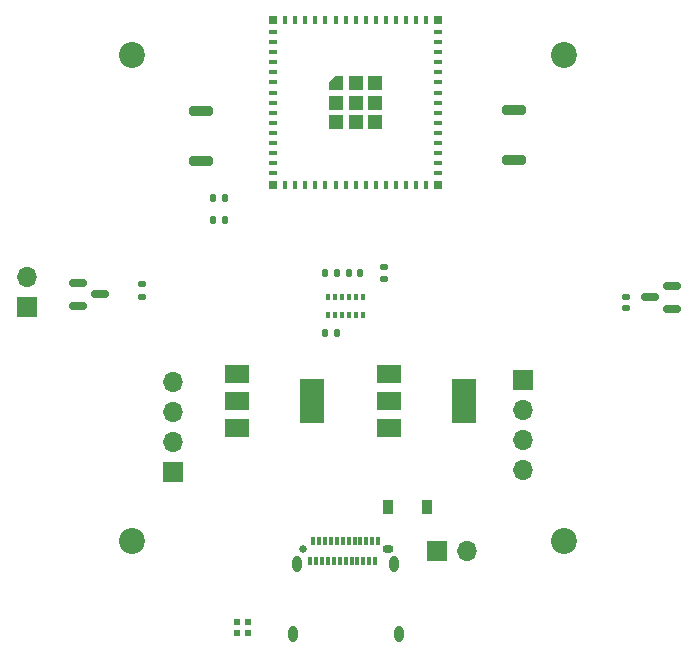
<source format=gbr>
%TF.GenerationSoftware,KiCad,Pcbnew,7.0.9-7.0.9~ubuntu22.04.1*%
%TF.CreationDate,2023-12-21T18:53:40+01:00*%
%TF.ProjectId,lidar 2 round,6c696461-7220-4322-9072-6f756e642e6b,rev?*%
%TF.SameCoordinates,Original*%
%TF.FileFunction,Soldermask,Top*%
%TF.FilePolarity,Negative*%
%FSLAX46Y46*%
G04 Gerber Fmt 4.6, Leading zero omitted, Abs format (unit mm)*
G04 Created by KiCad (PCBNEW 7.0.9-7.0.9~ubuntu22.04.1) date 2023-12-21 18:53:40*
%MOMM*%
%LPD*%
G01*
G04 APERTURE LIST*
G04 Aperture macros list*
%AMRoundRect*
0 Rectangle with rounded corners*
0 $1 Rounding radius*
0 $2 $3 $4 $5 $6 $7 $8 $9 X,Y pos of 4 corners*
0 Add a 4 corners polygon primitive as box body*
4,1,4,$2,$3,$4,$5,$6,$7,$8,$9,$2,$3,0*
0 Add four circle primitives for the rounded corners*
1,1,$1+$1,$2,$3*
1,1,$1+$1,$4,$5*
1,1,$1+$1,$6,$7*
1,1,$1+$1,$8,$9*
0 Add four rect primitives between the rounded corners*
20,1,$1+$1,$2,$3,$4,$5,0*
20,1,$1+$1,$4,$5,$6,$7,0*
20,1,$1+$1,$6,$7,$8,$9,0*
20,1,$1+$1,$8,$9,$2,$3,0*%
%AMFreePoly0*
4,1,6,0.600000,-0.600000,-0.600000,-0.600000,-0.600000,0.000000,0.000000,0.600000,0.600000,0.600000,0.600000,-0.600000,0.600000,-0.600000,$1*%
G04 Aperture macros list end*
%ADD10RoundRect,0.140000X-0.170000X0.140000X-0.170000X-0.140000X0.170000X-0.140000X0.170000X0.140000X0*%
%ADD11RoundRect,0.200000X0.800000X-0.200000X0.800000X0.200000X-0.800000X0.200000X-0.800000X-0.200000X0*%
%ADD12R,0.800000X0.400000*%
%ADD13R,0.400000X0.800000*%
%ADD14FreePoly0,0.000000*%
%ADD15R,1.200000X1.200000*%
%ADD16R,0.800000X0.800000*%
%ADD17R,1.700000X1.700000*%
%ADD18O,1.700000X1.700000*%
%ADD19RoundRect,0.150000X0.587500X0.150000X-0.587500X0.150000X-0.587500X-0.150000X0.587500X-0.150000X0*%
%ADD20C,2.200000*%
%ADD21RoundRect,0.135000X0.135000X0.185000X-0.135000X0.185000X-0.135000X-0.185000X0.135000X-0.185000X0*%
%ADD22R,0.500000X0.500000*%
%ADD23RoundRect,0.150000X-0.587500X-0.150000X0.587500X-0.150000X0.587500X0.150000X-0.587500X0.150000X0*%
%ADD24C,0.650000*%
%ADD25O,0.950000X0.650000*%
%ADD26R,0.300000X0.700000*%
%ADD27O,0.800000X1.400000*%
%ADD28R,0.900000X1.200000*%
%ADD29R,2.000000X1.500000*%
%ADD30R,2.000000X3.800000*%
%ADD31RoundRect,0.135000X-0.135000X-0.185000X0.135000X-0.185000X0.135000X0.185000X-0.135000X0.185000X0*%
%ADD32RoundRect,0.135000X0.185000X-0.135000X0.185000X0.135000X-0.185000X0.135000X-0.185000X-0.135000X0*%
%ADD33RoundRect,0.087500X0.087500X0.200000X-0.087500X0.200000X-0.087500X-0.200000X0.087500X-0.200000X0*%
%ADD34RoundRect,0.135000X-0.185000X0.135000X-0.185000X-0.135000X0.185000X-0.135000X0.185000X0.135000X0*%
%ADD35RoundRect,0.140000X0.140000X0.170000X-0.140000X0.170000X-0.140000X-0.170000X0.140000X-0.170000X0*%
%ADD36RoundRect,0.140000X-0.140000X-0.170000X0.140000X-0.170000X0.140000X0.170000X-0.140000X0.170000X0*%
G04 APERTURE END LIST*
D10*
%TO.C,C4*%
X162750000Y-99215000D03*
X162750000Y-100175000D03*
%TD*%
D11*
%TO.C,SW2*%
X126750000Y-87700000D03*
X126750000Y-83500000D03*
%TD*%
D12*
%TO.C,U5*%
X132850000Y-76800000D03*
X132850000Y-77650000D03*
X132850000Y-78500000D03*
X132850000Y-79350000D03*
X132850000Y-80200000D03*
X132850000Y-81050000D03*
X132850000Y-81900000D03*
X132850000Y-82750000D03*
X132850000Y-83600000D03*
X132850000Y-84450000D03*
X132850000Y-85300000D03*
X132850000Y-86150000D03*
X132850000Y-87000000D03*
X132850000Y-87850000D03*
X132850000Y-88700000D03*
D13*
X133900000Y-89750000D03*
X134750000Y-89750000D03*
X135600000Y-89750000D03*
X136450000Y-89750000D03*
X137300000Y-89750000D03*
X138150000Y-89750000D03*
X139000000Y-89750000D03*
X139850000Y-89750000D03*
X140700000Y-89750000D03*
X141550000Y-89750000D03*
X142400000Y-89750000D03*
X143250000Y-89750000D03*
X144100000Y-89750000D03*
X144950000Y-89750000D03*
X145800000Y-89750000D03*
D12*
X146850000Y-88700000D03*
X146850000Y-87850000D03*
X146850000Y-87000000D03*
X146850000Y-86150000D03*
X146850000Y-85300000D03*
X146850000Y-84450000D03*
X146850000Y-83600000D03*
X146850000Y-82750000D03*
X146850000Y-81900000D03*
X146850000Y-81050000D03*
X146850000Y-80200000D03*
X146850000Y-79350000D03*
X146850000Y-78500000D03*
X146850000Y-77650000D03*
X146850000Y-76800000D03*
D13*
X145800000Y-75750000D03*
X144950000Y-75750000D03*
X144100000Y-75750000D03*
X143250000Y-75750000D03*
X142400000Y-75750000D03*
X141550000Y-75750000D03*
X140700000Y-75750000D03*
X139850000Y-75750000D03*
X139000000Y-75750000D03*
X138150000Y-75750000D03*
X137300000Y-75750000D03*
X136450000Y-75750000D03*
X135600000Y-75750000D03*
X134750000Y-75750000D03*
X133900000Y-75750000D03*
D14*
X138200000Y-81100000D03*
D15*
X138200000Y-82750000D03*
X138200000Y-84400000D03*
X139850000Y-81100000D03*
X139850000Y-82750000D03*
X139850000Y-84400000D03*
X141500000Y-81100000D03*
X141500000Y-82750000D03*
X141500000Y-84400000D03*
D16*
X132850000Y-75750000D03*
X132850000Y-89750000D03*
X146850000Y-89750000D03*
X146850000Y-75750000D03*
%TD*%
D17*
%TO.C,J4*%
X146710000Y-120750000D03*
D18*
X149250000Y-120750000D03*
%TD*%
D19*
%TO.C,U4*%
X166625000Y-100200000D03*
X166625000Y-98300000D03*
X164750000Y-99250000D03*
%TD*%
D17*
%TO.C,J3*%
X124375000Y-114050000D03*
D18*
X124375000Y-111510000D03*
X124375000Y-108970000D03*
X124375000Y-106430000D03*
%TD*%
D20*
%TO.C,H3*%
X120904000Y-78740000D03*
%TD*%
D21*
%TO.C,R3*%
X128780000Y-92710000D03*
X127760000Y-92710000D03*
%TD*%
D17*
%TO.C,J2*%
X112000000Y-100025000D03*
D18*
X112000000Y-97485000D03*
%TD*%
D22*
%TO.C,U3*%
X130717722Y-126726148D03*
X129817722Y-126726148D03*
X129817722Y-127626148D03*
X130717722Y-127626148D03*
%TD*%
D23*
%TO.C,Q1*%
X116312500Y-98050000D03*
X116312500Y-99950000D03*
X118187500Y-99000000D03*
%TD*%
D24*
%TO.C,USB C*%
X135410000Y-120550000D03*
D25*
X142610000Y-120550000D03*
D26*
X136260000Y-119890000D03*
X136760000Y-119890000D03*
X137260000Y-119890000D03*
X137760000Y-119890000D03*
X138260000Y-119890000D03*
X138760000Y-119890000D03*
X139260000Y-119890000D03*
X139760000Y-119890000D03*
X140260000Y-119890000D03*
X140760000Y-119890000D03*
X141260000Y-119890000D03*
X141760000Y-119890000D03*
X141510000Y-121590000D03*
X141010000Y-121590000D03*
X140510000Y-121590000D03*
X140010000Y-121590000D03*
X139510000Y-121590000D03*
X139010000Y-121590000D03*
X138510000Y-121590000D03*
X138010000Y-121590000D03*
X137510000Y-121590000D03*
X137010000Y-121590000D03*
X136510000Y-121590000D03*
X136010000Y-121590000D03*
D27*
X134520000Y-127750000D03*
X134880000Y-121800000D03*
X143140000Y-121800000D03*
X143500000Y-127750000D03*
%TD*%
D17*
%TO.C,J1*%
X154000000Y-106250000D03*
D18*
X154000000Y-108790000D03*
X154000000Y-111330000D03*
X154000000Y-113870000D03*
%TD*%
D20*
%TO.C,H1*%
X157480000Y-119888000D03*
%TD*%
D28*
%TO.C,D1*%
X145900000Y-117000000D03*
X142600000Y-117000000D03*
%TD*%
D20*
%TO.C,H2*%
X157480000Y-78740000D03*
%TD*%
D29*
%TO.C,+3v3*%
X129850000Y-105700000D03*
X129850000Y-108000000D03*
D30*
X136150000Y-108000000D03*
D29*
X129850000Y-110300000D03*
%TD*%
D31*
%TO.C,R4*%
X127760000Y-90805000D03*
X128780000Y-90805000D03*
%TD*%
D32*
%TO.C,R2*%
X142240000Y-97665000D03*
X142240000Y-96645000D03*
%TD*%
D33*
%TO.C,U2*%
X137500000Y-100726000D03*
X138100000Y-100726000D03*
X138700000Y-100726000D03*
X139300000Y-100726000D03*
X139900000Y-100726000D03*
X140500000Y-100726000D03*
X140500000Y-99250000D03*
X139900000Y-99250000D03*
X139300000Y-99250000D03*
X138700000Y-99250000D03*
X138100000Y-99250000D03*
X137500000Y-99250000D03*
%TD*%
D34*
%TO.C,R1*%
X121750000Y-98152500D03*
X121750000Y-99172500D03*
%TD*%
D35*
%TO.C,C1*%
X138250000Y-97155000D03*
X137290000Y-97155000D03*
%TD*%
D20*
%TO.C,H5*%
X120904000Y-119888000D03*
%TD*%
D29*
%TO.C,+5V*%
X142700000Y-105700000D03*
X142700000Y-108000000D03*
D30*
X149000000Y-108000000D03*
D29*
X142700000Y-110300000D03*
%TD*%
D11*
%TO.C,SW1*%
X153250000Y-87600000D03*
X153250000Y-83400000D03*
%TD*%
D36*
%TO.C,C3*%
X139290000Y-97155000D03*
X140250000Y-97155000D03*
%TD*%
D35*
%TO.C,C2*%
X138250000Y-102250000D03*
X137290000Y-102250000D03*
%TD*%
M02*

</source>
